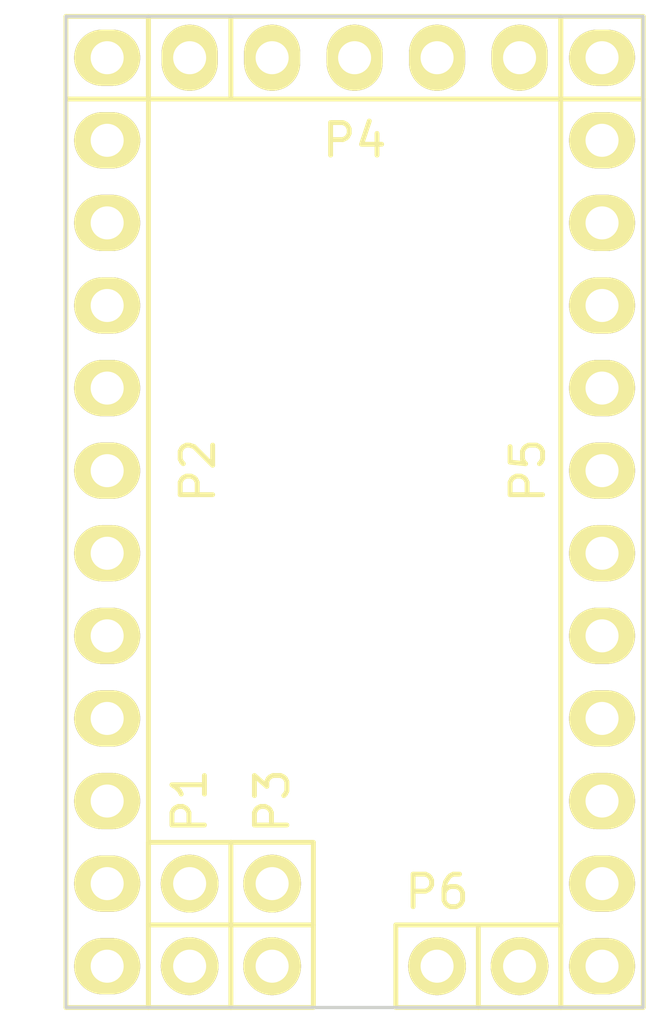
<source format=kicad_pcb>
(kicad_pcb (version 4) (host pcbnew "(2015-03-25 BZR 5536)-product")

  (general
    (links 9)
    (no_connects 9)
    (area 133.787999 75.240999 152.978001 107.141001)
    (thickness 1.6)
    (drawings 10)
    (tracks 0)
    (zones 0)
    (modules 6)
    (nets 27)
  )

  (page A4)
  (title_block
    (date "sam. 04 avril 2015")
  )

  (layers
    (0 F.Cu signal)
    (31 B.Cu signal)
    (32 B.Adhes user)
    (33 F.Adhes user)
    (34 B.Paste user)
    (35 F.Paste user)
    (36 B.SilkS user)
    (37 F.SilkS user)
    (38 B.Mask user)
    (39 F.Mask user)
    (40 Dwgs.User user)
    (41 Cmts.User user)
    (42 Eco1.User user)
    (43 Eco2.User user)
    (44 Edge.Cuts user)
    (45 Margin user)
    (46 B.CrtYd user)
    (47 F.CrtYd user)
    (48 B.Fab user)
    (49 F.Fab user)
  )

  (setup
    (last_trace_width 0.25)
    (trace_clearance 0.2)
    (zone_clearance 0.508)
    (zone_45_only no)
    (trace_min 0.2)
    (segment_width 0.15)
    (edge_width 0.1)
    (via_size 0.6)
    (via_drill 0.4)
    (via_min_size 0.4)
    (via_min_drill 0.3)
    (uvia_size 0.3)
    (uvia_drill 0.1)
    (uvias_allowed no)
    (uvia_min_size 0.2)
    (uvia_min_drill 0.1)
    (pcb_text_width 0.3)
    (pcb_text_size 1.5 1.5)
    (mod_edge_width 0.15)
    (mod_text_size 1 1)
    (mod_text_width 0.15)
    (pad_size 1.5 1.5)
    (pad_drill 0.6)
    (pad_to_mask_clearance 0)
    (aux_axis_origin 134.493 106.426)
    (visible_elements FFFFFF7F)
    (pcbplotparams
      (layerselection 0x00030_80000001)
      (usegerberextensions false)
      (excludeedgelayer true)
      (linewidth 0.100000)
      (plotframeref false)
      (viasonmask false)
      (mode 1)
      (useauxorigin false)
      (hpglpennumber 1)
      (hpglpenspeed 20)
      (hpglpendiameter 15)
      (hpglpenoverlay 2)
      (psnegative false)
      (psa4output false)
      (plotreference true)
      (plotvalue true)
      (plotinvisibletext false)
      (padsonsilk false)
      (subtractmaskfromsilk false)
      (outputformat 1)
      (mirror false)
      (drillshape 1)
      (scaleselection 1)
      (outputdirectory ""))
  )

  (net 0 "")
  (net 1 /A6)
  (net 2 /A4)
  (net 3 "/1(Tx)")
  (net 4 "/0(Rx)")
  (net 5 /Reset)
  (net 6 GND)
  (net 7 /2)
  (net 8 "/3(**)")
  (net 9 /4)
  (net 10 "/5(**)")
  (net 11 "/6(**)")
  (net 12 /7)
  (net 13 /8)
  (net 14 "/9(**)")
  (net 15 /A7)
  (net 16 /A5)
  (net 17 +5V)
  (net 18 +9V)
  (net 19 /A3)
  (net 20 /A2)
  (net 21 /A1)
  (net 22 /A0)
  (net 23 "/13(SCK)")
  (net 24 "/12(**/MOSI)")
  (net 25 "/11(MISO)")
  (net 26 "/10(**/SS)")

  (net_class Default "This is the default net class."
    (clearance 0.2)
    (trace_width 0.25)
    (via_dia 0.6)
    (via_drill 0.4)
    (uvia_dia 0.3)
    (uvia_drill 0.1)
    (add_net +5V)
    (add_net +9V)
    (add_net "/0(Rx)")
    (add_net "/1(Tx)")
    (add_net "/10(**/SS)")
    (add_net "/11(MISO)")
    (add_net "/12(**/MOSI)")
    (add_net "/13(SCK)")
    (add_net /2)
    (add_net "/3(**)")
    (add_net /4)
    (add_net "/5(**)")
    (add_net "/6(**)")
    (add_net /7)
    (add_net /8)
    (add_net "/9(**)")
    (add_net /A0)
    (add_net /A1)
    (add_net /A2)
    (add_net /A3)
    (add_net /A4)
    (add_net /A5)
    (add_net /A6)
    (add_net /A7)
    (add_net /Reset)
    (add_net GND)
  )

  (module Socket_Arduino_Mini:Socket_Strip_Arduino_1x12 (layer F.Cu) (tedit 55200D87) (tstamp 5520096F)
    (at 135.763 77.216 270)
    (descr "Through hole socket strip")
    (tags "socket strip")
    (path /55200020)
    (fp_text reference P2 (at 12.7 -2.794 270) (layer F.SilkS)
      (effects (font (size 1 1) (thickness 0.15)))
    )
    (fp_text value Digital (at 12.7 -4.064 270) (layer F.Fab)
      (effects (font (size 1 1) (thickness 0.15)))
    )
    (fp_line (start 1.27 -1.27) (end -1.27 -1.27) (layer F.SilkS) (width 0.15))
    (fp_line (start -1.27 -1.27) (end -1.27 1.27) (layer F.SilkS) (width 0.15))
    (fp_line (start -1.27 1.27) (end 1.27 1.27) (layer F.SilkS) (width 0.15))
    (fp_line (start -1.75 -1.75) (end -1.75 1.75) (layer F.CrtYd) (width 0.05))
    (fp_line (start 29.7 -1.75) (end 29.7 1.75) (layer F.CrtYd) (width 0.05))
    (fp_line (start -1.75 -1.75) (end 29.7 -1.75) (layer F.CrtYd) (width 0.05))
    (fp_line (start -1.75 1.75) (end 29.7 1.75) (layer F.CrtYd) (width 0.05))
    (fp_line (start 1.27 1.27) (end 29.21 1.27) (layer F.SilkS) (width 0.15))
    (fp_line (start 29.21 1.27) (end 29.21 -1.27) (layer F.SilkS) (width 0.15))
    (fp_line (start 29.21 -1.27) (end 1.27 -1.27) (layer F.SilkS) (width 0.15))
    (fp_line (start 1.27 1.27) (end 1.27 -1.27) (layer F.SilkS) (width 0.15))
    (pad 1 thru_hole oval (at 0 0 270) (size 1.7272 2.032) (drill 1.016) (layers *.Cu *.Mask F.SilkS)
      (net 3 "/1(Tx)"))
    (pad 2 thru_hole oval (at 2.54 0 270) (size 1.7272 2.032) (drill 1.016) (layers *.Cu *.Mask F.SilkS)
      (net 4 "/0(Rx)"))
    (pad 3 thru_hole oval (at 5.08 0 270) (size 1.7272 2.032) (drill 1.016) (layers *.Cu *.Mask F.SilkS)
      (net 5 /Reset))
    (pad 4 thru_hole oval (at 7.62 0 270) (size 1.7272 2.032) (drill 1.016) (layers *.Cu *.Mask F.SilkS)
      (net 6 GND))
    (pad 5 thru_hole oval (at 10.16 0 270) (size 1.7272 2.032) (drill 1.016) (layers *.Cu *.Mask F.SilkS)
      (net 7 /2))
    (pad 6 thru_hole oval (at 12.7 0 270) (size 1.7272 2.032) (drill 1.016) (layers *.Cu *.Mask F.SilkS)
      (net 8 "/3(**)"))
    (pad 7 thru_hole oval (at 15.24 0 270) (size 1.7272 2.032) (drill 1.016) (layers *.Cu *.Mask F.SilkS)
      (net 9 /4))
    (pad 8 thru_hole oval (at 17.78 0 270) (size 1.7272 2.032) (drill 1.016) (layers *.Cu *.Mask F.SilkS)
      (net 10 "/5(**)"))
    (pad 9 thru_hole oval (at 20.32 0 270) (size 1.7272 2.032) (drill 1.016) (layers *.Cu *.Mask F.SilkS)
      (net 11 "/6(**)"))
    (pad 10 thru_hole oval (at 22.86 0 270) (size 1.7272 2.032) (drill 1.016) (layers *.Cu *.Mask F.SilkS)
      (net 12 /7))
    (pad 11 thru_hole oval (at 25.4 0 270) (size 1.7272 2.032) (drill 1.016) (layers *.Cu *.Mask F.SilkS)
      (net 13 /8))
    (pad 12 thru_hole oval (at 27.94 0 270) (size 1.7272 2.032) (drill 1.016) (layers *.Cu *.Mask F.SilkS)
      (net 14 "/9(**)"))
    (model ${KIPRJMOD}/Socket_Arduino_Mini.3dshapes/Socket_header_Arduino_1x12.wrl
      (at (xyz 0.55 0 0))
      (scale (xyz 1 1 1))
      (rotate (xyz 0 0 180))
    )
  )

  (module Socket_Arduino_Mini:Socket_Strip_Arduino_1x05 (layer F.Cu) (tedit 55200D73) (tstamp 55200994)
    (at 138.303 77.216)
    (descr "Through hole socket strip")
    (tags "socket strip")
    (path /55200109)
    (fp_text reference P4 (at 5.08 2.54) (layer F.SilkS)
      (effects (font (size 1 1) (thickness 0.15)))
    )
    (fp_text value COM (at 5.08 3.81) (layer F.Fab)
      (effects (font (size 1 1) (thickness 0.15)))
    )
    (fp_line (start 1.27 -1.27) (end -1.27 -1.27) (layer F.SilkS) (width 0.15))
    (fp_line (start -1.27 -1.27) (end -1.27 1.27) (layer F.SilkS) (width 0.15))
    (fp_line (start -1.27 1.27) (end 1.27 1.27) (layer F.SilkS) (width 0.15))
    (fp_line (start -1.75 -1.75) (end -1.75 1.75) (layer F.CrtYd) (width 0.05))
    (fp_line (start 11.95 -1.75) (end 11.95 1.75) (layer F.CrtYd) (width 0.05))
    (fp_line (start -1.75 -1.75) (end 11.95 -1.75) (layer F.CrtYd) (width 0.05))
    (fp_line (start -1.75 1.75) (end 11.95 1.75) (layer F.CrtYd) (width 0.05))
    (fp_line (start 1.27 1.27) (end 11.43 1.27) (layer F.SilkS) (width 0.15))
    (fp_line (start 11.43 1.27) (end 11.43 -1.27) (layer F.SilkS) (width 0.15))
    (fp_line (start 11.43 -1.27) (end 1.27 -1.27) (layer F.SilkS) (width 0.15))
    (fp_line (start 1.27 1.27) (end 1.27 -1.27) (layer F.SilkS) (width 0.15))
    (pad 1 thru_hole oval (at 0 0) (size 1.7272 2.032) (drill 1.016) (layers *.Cu *.Mask F.SilkS)
      (net 5 /Reset))
    (pad 2 thru_hole oval (at 2.54 0) (size 1.7272 2.032) (drill 1.016) (layers *.Cu *.Mask F.SilkS)
      (net 3 "/1(Tx)"))
    (pad 3 thru_hole oval (at 5.08 0) (size 1.7272 2.032) (drill 1.016) (layers *.Cu *.Mask F.SilkS)
      (net 4 "/0(Rx)"))
    (pad 4 thru_hole oval (at 7.62 0) (size 1.7272 2.032) (drill 1.016) (layers *.Cu *.Mask F.SilkS)
      (net 17 +5V))
    (pad 5 thru_hole oval (at 10.16 0) (size 1.7272 2.032) (drill 1.016) (layers *.Cu *.Mask F.SilkS)
      (net 6 GND))
  )

  (module Socket_Arduino_Mini:Socket_Strip_Arduino_1x12 (layer F.Cu) (tedit 55200D8E) (tstamp 552009AF)
    (at 151.003 77.216 270)
    (descr "Through hole socket strip")
    (tags "socket strip")
    (path /55200047)
    (fp_text reference P5 (at 12.7 2.286 270) (layer F.SilkS)
      (effects (font (size 1 1) (thickness 0.15)))
    )
    (fp_text value Analog (at 12.7 3.556 270) (layer F.Fab)
      (effects (font (size 1 1) (thickness 0.15)))
    )
    (fp_line (start 1.27 -1.27) (end -1.27 -1.27) (layer F.SilkS) (width 0.15))
    (fp_line (start -1.27 -1.27) (end -1.27 1.27) (layer F.SilkS) (width 0.15))
    (fp_line (start -1.27 1.27) (end 1.27 1.27) (layer F.SilkS) (width 0.15))
    (fp_line (start -1.75 -1.75) (end -1.75 1.75) (layer F.CrtYd) (width 0.05))
    (fp_line (start 29.7 -1.75) (end 29.7 1.75) (layer F.CrtYd) (width 0.05))
    (fp_line (start -1.75 -1.75) (end 29.7 -1.75) (layer F.CrtYd) (width 0.05))
    (fp_line (start -1.75 1.75) (end 29.7 1.75) (layer F.CrtYd) (width 0.05))
    (fp_line (start 1.27 1.27) (end 29.21 1.27) (layer F.SilkS) (width 0.15))
    (fp_line (start 29.21 1.27) (end 29.21 -1.27) (layer F.SilkS) (width 0.15))
    (fp_line (start 29.21 -1.27) (end 1.27 -1.27) (layer F.SilkS) (width 0.15))
    (fp_line (start 1.27 1.27) (end 1.27 -1.27) (layer F.SilkS) (width 0.15))
    (pad 1 thru_hole oval (at 0 0 270) (size 1.7272 2.032) (drill 1.016) (layers *.Cu *.Mask F.SilkS)
      (net 18 +9V))
    (pad 2 thru_hole oval (at 2.54 0 270) (size 1.7272 2.032) (drill 1.016) (layers *.Cu *.Mask F.SilkS)
      (net 6 GND))
    (pad 3 thru_hole oval (at 5.08 0 270) (size 1.7272 2.032) (drill 1.016) (layers *.Cu *.Mask F.SilkS)
      (net 5 /Reset))
    (pad 4 thru_hole oval (at 7.62 0 270) (size 1.7272 2.032) (drill 1.016) (layers *.Cu *.Mask F.SilkS)
      (net 17 +5V))
    (pad 5 thru_hole oval (at 10.16 0 270) (size 1.7272 2.032) (drill 1.016) (layers *.Cu *.Mask F.SilkS)
      (net 19 /A3))
    (pad 6 thru_hole oval (at 12.7 0 270) (size 1.7272 2.032) (drill 1.016) (layers *.Cu *.Mask F.SilkS)
      (net 20 /A2))
    (pad 7 thru_hole oval (at 15.24 0 270) (size 1.7272 2.032) (drill 1.016) (layers *.Cu *.Mask F.SilkS)
      (net 21 /A1))
    (pad 8 thru_hole oval (at 17.78 0 270) (size 1.7272 2.032) (drill 1.016) (layers *.Cu *.Mask F.SilkS)
      (net 22 /A0))
    (pad 9 thru_hole oval (at 20.32 0 270) (size 1.7272 2.032) (drill 1.016) (layers *.Cu *.Mask F.SilkS)
      (net 23 "/13(SCK)"))
    (pad 10 thru_hole oval (at 22.86 0 270) (size 1.7272 2.032) (drill 1.016) (layers *.Cu *.Mask F.SilkS)
      (net 24 "/12(**/MOSI)"))
    (pad 11 thru_hole oval (at 25.4 0 270) (size 1.7272 2.032) (drill 1.016) (layers *.Cu *.Mask F.SilkS)
      (net 25 "/11(MISO)"))
    (pad 12 thru_hole oval (at 27.94 0 270) (size 1.7272 2.032) (drill 1.016) (layers *.Cu *.Mask F.SilkS)
      (net 26 "/10(**/SS)"))
    (model ${KIPRJMOD}/Socket_Arduino_Mini.3dshapes/Socket_header_Arduino_1x12.wrl
      (at (xyz 0.55 0 0))
      (scale (xyz 1 1 1))
      (rotate (xyz 0 0 180))
    )
  )

  (module Socket_Arduino_Mini:Socket_Strip_Arduino_1x02 (layer F.Cu) (tedit 55200D4B) (tstamp 55200D56)
    (at 138.303 102.616 270)
    (descr "Through hole socket strip")
    (tags "socket strip")
    (path /552001A7)
    (fp_text reference P1 (at -2.54 0 270) (layer F.SilkS)
      (effects (font (size 1 1) (thickness 0.15)))
    )
    (fp_text value ADC (at -5.08 0 270) (layer F.Fab)
      (effects (font (size 1 1) (thickness 0.15)))
    )
    (fp_line (start 1.27 -1.27) (end -1.27 -1.27) (layer F.SilkS) (width 0.15))
    (fp_line (start -1.27 -1.27) (end -1.27 1.27) (layer F.SilkS) (width 0.15))
    (fp_line (start -1.27 1.27) (end 1.27 1.27) (layer F.SilkS) (width 0.15))
    (fp_line (start 3.81 1.27) (end 1.27 1.27) (layer F.SilkS) (width 0.15))
    (fp_line (start -1.75 -1.75) (end -1.75 1.75) (layer F.CrtYd) (width 0.05))
    (fp_line (start 4.3 -1.75) (end 4.3 1.75) (layer F.CrtYd) (width 0.05))
    (fp_line (start -1.75 -1.75) (end 4.3 -1.75) (layer F.CrtYd) (width 0.05))
    (fp_line (start -1.75 1.75) (end 4.3 1.75) (layer F.CrtYd) (width 0.05))
    (fp_line (start 1.27 1.27) (end 1.27 -1.27) (layer F.SilkS) (width 0.15))
    (fp_line (start 1.27 -1.27) (end 3.81 -1.27) (layer F.SilkS) (width 0.15))
    (fp_line (start 3.81 -1.27) (end 3.81 1.27) (layer F.SilkS) (width 0.15))
    (pad 1 thru_hole circle (at 0 0 270) (size 1.778 1.778) (drill 1.016) (layers *.Cu *.Mask F.SilkS)
      (net 1 /A6))
    (pad 2 thru_hole circle (at 2.54 0 270) (size 1.778 1.778) (drill 1.016) (layers *.Cu *.Mask F.SilkS)
      (net 2 /A4))
  )

  (module Socket_Arduino_Mini:Socket_Strip_Arduino_1x02 (layer F.Cu) (tedit 55200D52) (tstamp 55200D67)
    (at 140.843 102.616 270)
    (descr "Through hole socket strip")
    (tags "socket strip")
    (path /5520022A)
    (fp_text reference P3 (at -2.54 0 270) (layer F.SilkS)
      (effects (font (size 1 1) (thickness 0.15)))
    )
    (fp_text value ADC (at -5.08 0 270) (layer F.Fab)
      (effects (font (size 1 1) (thickness 0.15)))
    )
    (fp_line (start 1.27 -1.27) (end -1.27 -1.27) (layer F.SilkS) (width 0.15))
    (fp_line (start -1.27 -1.27) (end -1.27 1.27) (layer F.SilkS) (width 0.15))
    (fp_line (start -1.27 1.27) (end 1.27 1.27) (layer F.SilkS) (width 0.15))
    (fp_line (start 3.81 1.27) (end 1.27 1.27) (layer F.SilkS) (width 0.15))
    (fp_line (start -1.75 -1.75) (end -1.75 1.75) (layer F.CrtYd) (width 0.05))
    (fp_line (start 4.3 -1.75) (end 4.3 1.75) (layer F.CrtYd) (width 0.05))
    (fp_line (start -1.75 -1.75) (end 4.3 -1.75) (layer F.CrtYd) (width 0.05))
    (fp_line (start -1.75 1.75) (end 4.3 1.75) (layer F.CrtYd) (width 0.05))
    (fp_line (start 1.27 1.27) (end 1.27 -1.27) (layer F.SilkS) (width 0.15))
    (fp_line (start 1.27 -1.27) (end 3.81 -1.27) (layer F.SilkS) (width 0.15))
    (fp_line (start 3.81 -1.27) (end 3.81 1.27) (layer F.SilkS) (width 0.15))
    (pad 1 thru_hole circle (at 0 0 270) (size 1.778 1.778) (drill 1.016) (layers *.Cu *.Mask F.SilkS)
      (net 15 /A7))
    (pad 2 thru_hole circle (at 2.54 0 270) (size 1.778 1.778) (drill 1.016) (layers *.Cu *.Mask F.SilkS)
      (net 16 /A5))
  )

  (module Socket_Arduino_Mini:Socket_Strip_Arduino_1x02 (layer F.Cu) (tedit 55200D5C) (tstamp 55200D78)
    (at 145.923 105.156)
    (descr "Through hole socket strip")
    (tags "socket strip")
    (path /55200268)
    (fp_text reference P6 (at 0 -2.286) (layer F.SilkS)
      (effects (font (size 1 1) (thickness 0.15)))
    )
    (fp_text value PWR (at 0 -3.81) (layer F.Fab)
      (effects (font (size 1 1) (thickness 0.15)))
    )
    (fp_line (start 1.27 -1.27) (end -1.27 -1.27) (layer F.SilkS) (width 0.15))
    (fp_line (start -1.27 -1.27) (end -1.27 1.27) (layer F.SilkS) (width 0.15))
    (fp_line (start -1.27 1.27) (end 1.27 1.27) (layer F.SilkS) (width 0.15))
    (fp_line (start 3.81 1.27) (end 1.27 1.27) (layer F.SilkS) (width 0.15))
    (fp_line (start -1.75 -1.75) (end -1.75 1.75) (layer F.CrtYd) (width 0.05))
    (fp_line (start 4.3 -1.75) (end 4.3 1.75) (layer F.CrtYd) (width 0.05))
    (fp_line (start -1.75 -1.75) (end 4.3 -1.75) (layer F.CrtYd) (width 0.05))
    (fp_line (start -1.75 1.75) (end 4.3 1.75) (layer F.CrtYd) (width 0.05))
    (fp_line (start 1.27 1.27) (end 1.27 -1.27) (layer F.SilkS) (width 0.15))
    (fp_line (start 1.27 -1.27) (end 3.81 -1.27) (layer F.SilkS) (width 0.15))
    (fp_line (start 3.81 -1.27) (end 3.81 1.27) (layer F.SilkS) (width 0.15))
    (pad 1 thru_hole circle (at 0 0) (size 1.778 1.778) (drill 1.016) (layers *.Cu *.Mask F.SilkS)
      (net 17 +5V))
    (pad 2 thru_hole circle (at 2.54 0) (size 1.778 1.778) (drill 1.016) (layers *.Cu *.Mask F.SilkS)
      (net 6 GND))
  )

  (gr_text 1 (at 133.477 76.962) (layer Dwgs.User)
    (effects (font (size 1.5 1.5) (thickness 0.3)))
  )
  (gr_line (start 140.081 79.629) (end 137.541 79.629) (angle 90) (layer Dwgs.User) (width 0.15))
  (gr_line (start 140.081 82.423) (end 140.081 79.629) (angle 90) (layer Dwgs.User) (width 0.15))
  (gr_line (start 137.541 82.423) (end 137.541 79.629) (angle 90) (layer Dwgs.User) (width 0.15))
  (gr_line (start 140.081 82.423) (end 137.541 82.423) (angle 90) (layer Dwgs.User) (width 0.15))
  (gr_circle (center 138.811 81.026) (end 138.049 81.026) (layer Dwgs.User) (width 0.15))
  (gr_line (start 134.493 75.946) (end 134.493 106.426) (angle 90) (layer Edge.Cuts) (width 0.1))
  (gr_line (start 152.273 75.946) (end 134.493 75.946) (angle 90) (layer Edge.Cuts) (width 0.1))
  (gr_line (start 152.273 106.426) (end 152.273 75.946) (angle 90) (layer Edge.Cuts) (width 0.1))
  (gr_line (start 134.493 106.426) (end 152.273 106.426) (angle 90) (layer Edge.Cuts) (width 0.1))

)

</source>
